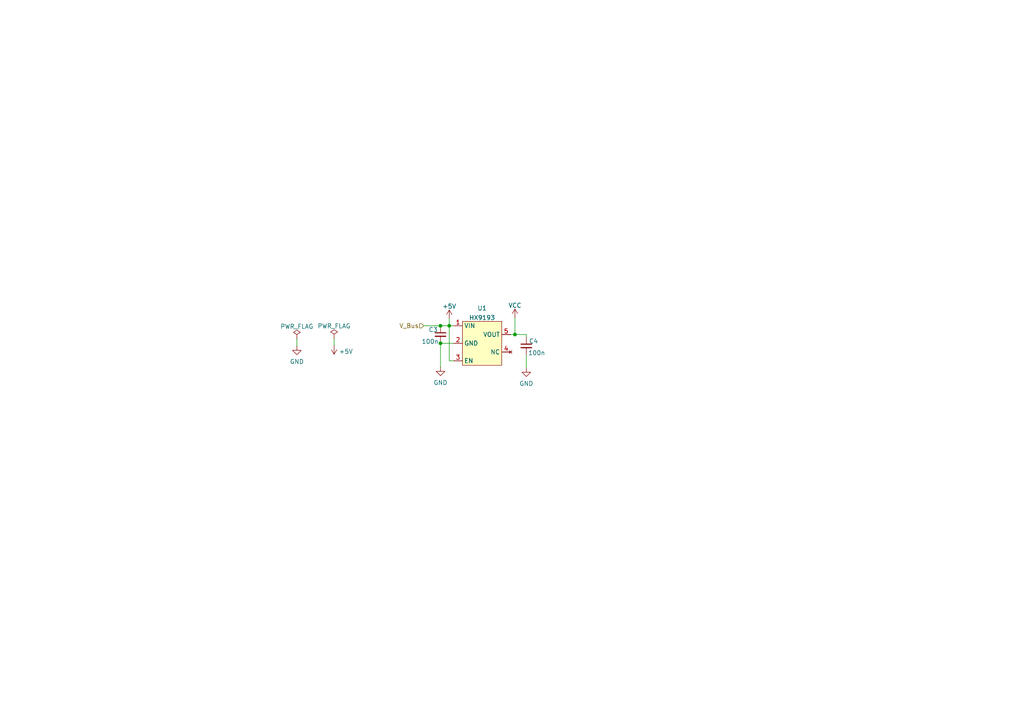
<source format=kicad_sch>
(kicad_sch (version 20211123) (generator eeschema)
  (paper "A4")
  (lib_symbols
    (symbol "Device:C_Small" (pin_numbers hide) (pin_names (offset 0.254) hide)
      (property "Reference" "C" (at 0.254 1.778 0))
      (property "Value" "C_Small" (at 0.254 -2.032 0))
      (symbol "C_Small_0_1"
        (polyline (pts (xy -1.524 -0.508) (xy 1.524 -0.508)) (stroke (width 0.3302)))
        (polyline (pts (xy -1.524 0.508) (xy 1.524 0.508)) (stroke (width 0.3048)))
      )
      (symbol "C_Small_1_1"
        (pin passive line (at 0 2.54 270) (length 2.032) (name "~") (number "1"))
        (pin passive line (at 0 -2.54 90) (length 2.032) (name "~") (number "2"))
      )
    )
    (symbol "My_Library:HX9193"
      (property "Reference" "U" (at -5.08 7.62 0))
      (property "Value" "HX9193" (at 6.35 7.62 0))
      (symbol "HX9193_0_1"
        (rectangle (start -6.35 6.35) (end 5.08 -6.35) (fill (type background)))
      )
      (symbol "HX9193_1_1"
        (pin power_in line (at -8.89 5.08 0) (length 2.54) (name "VIN") (number "1"))
        (pin passive line (at -8.89 0 0) (length 2.54) (name "GND") (number "2"))
        (pin input line (at -8.89 -5.08 0) (length 2.54) (name "EN") (number "3"))
        (pin no_connect line (at 7.62 -2.54 180) (length 2.54) (name "NC") (number "4"))
        (pin power_out line (at 7.62 2.54 180) (length 2.54) (name "VOUT") (number "5"))
      )
    )
    (symbol "power:+5V" (power) (pin_names (offset 0))
      (property "Value" "+5V" (at 0 3.556 0))
      (symbol "+5V_0_1"
        (polyline (pts (xy -0.762 1.27) (xy 0 2.54)))
        (polyline (pts (xy 0 0) (xy 0 2.54)))
        (polyline (pts (xy 0 2.54) (xy 0.762 1.27)))
      )
      (symbol "+5V_1_1"
        (pin power_in line (at 0 0 90) (length 0) hide (name "+5V") (number "1"))
      )
    )
    (symbol "power:GND" (power) (pin_names (offset 0))
      (property "Value" "GND" (at 0 -3.81 0))
      (symbol "GND_0_1"
        (polyline (pts (xy 0 0) (xy 0 -1.27) (xy 1.27 -1.27) (xy 0 -2.54) (xy -1.27 -1.27) (xy 0 -1.27)))
      )
      (symbol "GND_1_1"
        (pin power_in line (at 0 0 270) (length 0) hide (name "GND") (number "1"))
      )
    )
    (symbol "power:PWR_FLAG" (power) (pin_numbers hide) (pin_names (offset 0) hide)
      (property "Value" "PWR_FLAG" (at 0 3.81 0))
      (symbol "PWR_FLAG_0_0"
        (pin power_out line (at 0 0 90) (length 0) (name "pwr") (number "1"))
      )
      (symbol "PWR_FLAG_0_1"
        (polyline (pts (xy 0 0) (xy 0 1.27) (xy -1.016 1.905) (xy 0 2.54) (xy 1.016 1.905) (xy 0 1.27)))
      )
    )
    (symbol "power:VCC" (power) (pin_names (offset 0))
      (property "Value" "VCC" (at 0 3.81 0))
      (symbol "VCC_0_1"
        (polyline (pts (xy -0.762 1.27) (xy 0 2.54)))
        (polyline (pts (xy 0 0) (xy 0 2.54)))
        (polyline (pts (xy 0 2.54) (xy 0.762 1.27)))
      )
      (symbol "VCC_1_1"
        (pin power_in line (at 0 0 90) (length 0) hide (name "VCC") (number "1"))
      )
    )
  )
  (junction (at 130.302 94.488))
  (junction (at 127.762 94.488))
  (junction (at 149.352 97.028))
  (junction (at 127.762 99.568))
  (wire (pts (xy 130.302 92.456) (xy 130.302 94.488)))
  (wire (pts (xy 149.352 97.028) (xy 148.082 97.028)))
  (wire (pts (xy 152.654 102.87) (xy 152.654 106.68)))
  (wire (pts (xy 131.572 99.568) (xy 127.762 99.568)))
  (wire (pts (xy 130.302 104.648) (xy 130.302 94.488)))
  (wire (pts (xy 127.762 94.488) (xy 130.302 94.488)))
  (wire (pts (xy 130.302 94.488) (xy 131.572 94.488)))
  (wire (pts (xy 86.106 98.298) (xy 86.106 100.33)))
  (wire (pts (xy 149.352 97.028) (xy 152.654 97.028)))
  (wire (pts (xy 127.762 99.568) (xy 127.762 106.426)))
  (wire (pts (xy 96.901 98.171) (xy 96.901 100.203)))
  (wire (pts (xy 152.654 97.028) (xy 152.654 97.79)))
  (wire (pts (xy 131.572 104.648) (xy 130.302 104.648)))
  (wire (pts (xy 149.352 92.202) (xy 149.352 97.028)))
  (wire (pts (xy 122.936 94.488) (xy 127.762 94.488)))
  (hierarchical_label "V_Bus" (shape input) (at 122.936 94.488 180))
  (symbol (lib_id "power:GND") (at 86.106 100.33 0) (unit 1)
    (property "Reference" "#PWR012" (effects hide))
    (property "Value" "GND" (at 86.106 104.8925 0))
  )
  (symbol (lib_id "Device:C_Small") (at 152.654 100.33 0) (mirror y) (unit 1)
    (property "Reference" "C4" (at 153.416 98.933 0) (effects (justify right)))
    (property "Value" "100n" (at 153.162 102.362 0) (effects (justify right)))
    (property "Footprint" "Capacitor_SMD:C_0603_1608Metric" (effects hide))
  )
  (symbol (lib_id "Device:C_Small") (at 127.762 97.028 0) (unit 1)
    (property "Reference" "C3" (at 127 95.631 0) (effects (justify right)))
    (property "Value" "100n" (at 127.254 99.06 0) (effects (justify right)))
    (property "Footprint" "Capacitor_SMD:C_0603_1608Metric" (effects hide))
  )
  (symbol (lib_id "power:PWR_FLAG") (at 86.106 98.298 0) (unit 1)
    (property "Reference" "#FLG02" (effects hide))
    (property "Value" "PWR_FLAG" (at 86.106 94.6935 0))
  )
  (symbol (lib_id "power:VCC") (at 149.352 92.202 0) (unit 1)
    (property "Reference" "#PWR09" (effects hide))
    (property "Value" "VCC" (at 149.352 88.5975 0))
  )
  (symbol (lib_id "My_Library:HX9193") (at 140.462 99.568 0) (unit 1)
    (property "Reference" "U1" (at 139.827 89.3785 0))
    (property "Value" "HX9193" (at 139.827 92.1536 0))
    (property "Footprint" "Package_TO_SOT_SMD:SOT-23-5_HandSoldering" (effects hide))
    (property "Datasheet" "https://item.szlcsc.com/280543.html" (effects hide))
  )
  (symbol (lib_id "power:PWR_FLAG") (at 96.901 98.171 0) (unit 1)
    (property "Reference" "#FLG01" (effects hide))
    (property "Value" "PWR_FLAG" (at 96.901 94.5665 0))
  )
  (symbol (lib_id "power:GND") (at 127.762 106.426 0) (unit 1)
    (property "Reference" "#PWR013" (effects hide))
    (property "Value" "GND" (at 127.762 110.9885 0))
  )
  (symbol (lib_id "power:+5V") (at 96.901 100.203 180) (unit 1)
    (property "Reference" "#PWR011" (effects hide))
    (property "Value" "+5V" (at 98.298 101.952 0) (effects (justify right)))
  )
  (symbol (lib_id "power:GND") (at 152.654 106.68 0) (unit 1)
    (property "Reference" "#PWR014" (effects hide))
    (property "Value" "GND" (at 152.654 111.2425 0))
  )
  (symbol (lib_id "power:+5V") (at 130.302 92.456 0) (unit 1)
    (property "Reference" "#PWR010" (effects hide))
    (property "Value" "+5V" (at 130.302 88.8515 0))
  )
)
</source>
